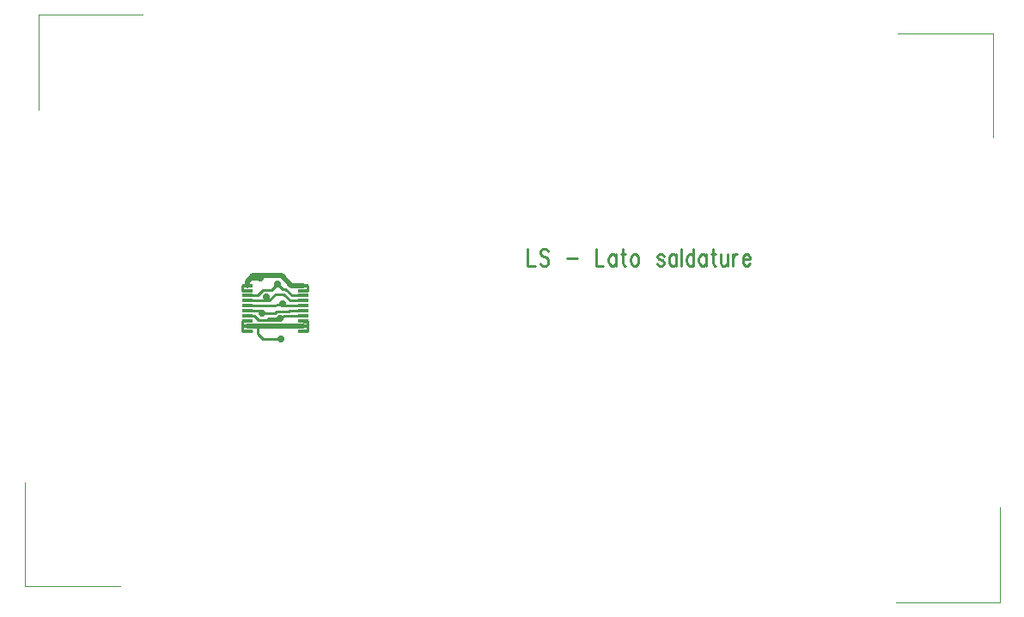
<source format=gbr>
*
*
G04 PADS VX.0 Build Number: 635560 generated Gerber (RS-274-X) file*
G04 PC Version=2.1*
*
%IN "FTC_con_001.pcb"*%
*
%MOIN*%
*
%FSLAX35Y35*%
*
*
*
*
G04 PC Standard Apertures*
*
*
G04 Thermal Relief Aperture macro.*
%AMTER*
1,1,$1,0,0*
1,0,$1-$2,0,0*
21,0,$3,$4,0,0,45*
21,0,$3,$4,0,0,135*
%
*
*
G04 Annular Aperture macro.*
%AMANN*
1,1,$1,0,0*
1,0,$2,0,0*
%
*
*
G04 Odd Aperture macro.*
%AMODD*
1,1,$1,0,0*
1,0,$1-0.005,0,0*
%
*
*
G04 PC Custom Aperture Macros*
*
*
*
*
*
*
G04 PC Aperture Table*
*
%ADD010C,0.01*%
%ADD040C,0.001*%
%ADD082C,0.01969*%
%ADD156C,0.00614*%
%ADD160C,0.02795*%
%ADD161R,0.04331X0.01181*%
*
*
*
*
G04 PC Circuitry*
G04 Layer Name FTC_con_001.pcb - circuitry*
%LPD*%
*
*
G04 PC Custom Flashes*
G04 Layer Name FTC_con_001.pcb - flashes*
%LPD*%
*
*
G04 PC Circuitry*
G04 Layer Name FTC_con_001.pcb - circuitry*
%LPD*%
*
G54D10*
G01X491732Y416799D02*
Y410236D01*
X494460*
X499687Y415861D02*
X499232Y416486D01*
X498550Y416799*
X497641*
X496960Y416486*
X496505Y415861*
Y415236*
X496732Y414611*
X496960Y414299*
X497414Y413986*
X498778Y413361*
X499232Y413049*
X499460Y412736*
X499687Y412111*
Y411174*
X499232Y410549*
X498550Y410236*
X497641*
X496960Y410549*
X496505Y411174*
X506960Y413049D02*
X511050D01*
X518323Y416799D02*
Y410236D01*
X521050*
X525823Y414611D02*
Y410236D01*
Y413674D02*
X525369Y414299D01*
X524914Y414611*
X524232*
X523778Y414299*
X523323Y413674*
X523096Y412736*
Y412111*
X523323Y411174*
X523778Y410549*
X524232Y410236*
X524914*
X525369Y410549*
X525823Y411174*
X528550Y416799D02*
Y411486D01*
X528778Y410549*
X529232Y410236*
X529687*
X527869Y414611D02*
X529460D01*
X532869D02*
X532414Y414299D01*
X531960Y413674*
X531732Y412736*
Y412111*
X531960Y411174*
X532414Y410549*
X532869Y410236*
X533550*
X534005Y410549*
X534460Y411174*
X534687Y412111*
Y412736*
X534460Y413674*
X534005Y414299*
X533550Y414611*
X532869*
X544460Y413674D02*
X544232Y414299D01*
X543550Y414611*
X542869*
X542187Y414299*
X541960Y413674*
X542187Y413049*
X542641Y412736*
X543778Y412424*
X544232Y412111*
X544460Y411486*
Y411174*
X544232Y410549*
X543550Y410236*
X542869*
X542187Y410549*
X541960Y411174*
X549232Y414611D02*
Y410236D01*
Y413674D02*
X548778Y414299D01*
X548323Y414611*
X547641*
X547187Y414299*
X546732Y413674*
X546505Y412736*
Y412111*
X546732Y411174*
X547187Y410549*
X547641Y410236*
X548323*
X548778Y410549*
X549232Y411174*
X551278Y416799D02*
Y410236D01*
X556050Y416799D02*
Y410236D01*
Y413674D02*
X555596Y414299D01*
X555141Y414611*
X554460*
X554005Y414299*
X553550Y413674*
X553323Y412736*
Y412111*
X553550Y411174*
X554005Y410549*
X554460Y410236*
X555141*
X555596Y410549*
X556050Y411174*
X560823Y414611D02*
Y410236D01*
Y413674D02*
X560369Y414299D01*
X559914Y414611*
X559232*
X558778Y414299*
X558323Y413674*
X558096Y412736*
Y412111*
X558323Y411174*
X558778Y410549*
X559232Y410236*
X559914*
X560369Y410549*
X560823Y411174*
X563550Y416799D02*
Y411486D01*
X563778Y410549*
X564232Y410236*
X564687*
X562869Y414611D02*
X564460D01*
X566732D02*
Y411486D01*
X566960Y410549*
X567414Y410236*
X568096*
X568550Y410549*
X569232Y411486*
Y414611D02*
Y410236D01*
X571278Y414611D02*
Y410236D01*
Y412736D02*
X571505Y413674D01*
X571960Y414299*
X572414Y414611*
X573096*
X575141Y412736D02*
X577869D01*
Y413361*
X577641Y413986*
X577414Y414299*
X576960Y414611*
X576278*
X575823Y414299*
X575369Y413674*
X575141Y412736*
Y412111*
X575369Y411174*
X575823Y410549*
X576278Y410236*
X576960*
X577414Y410549*
X577869Y411174*
X396063Y381890D02*
X389048D01*
X387008Y383930*
Y386614*
X381209Y386811D02*
X382874D01*
X381102*
Y388780D02*
X382874D01*
X390642Y388976D02*
X391430Y389764D01*
X395669*
X390642Y388976D02*
X395345D01*
X397117Y390748*
X404528*
X390642Y388976D02*
X387398D01*
X385626Y390748*
X382874*
X388583Y391732D02*
X393485D01*
X394315Y392563*
X398963*
X399117Y392717*
X404528*
X388583Y391732D02*
X387598Y392717D01*
X382874*
Y384843D02*
X381102D01*
Y386811*
X382874Y384843D02*
X384539D01*
X382874Y386811D02*
X381102D01*
Y388780*
X382874Y386811D02*
X384539D01*
X382874Y394685D02*
X393307D01*
X396457Y395276*
X405603Y388780D02*
X405406Y388583D01*
X404724*
X404528Y388780*
Y386811D02*
X406299D01*
Y388780*
X404528*
Y384843D02*
X406299D01*
Y386811*
X404528D02*
X406299D01*
X404528Y394685D02*
Y394776D01*
X396457*
Y395276*
X381299Y402559D02*
X382874D01*
X381102*
X391142Y396654D02*
X391294D01*
X393853Y399213*
X397091*
X391142Y396654D02*
Y397047D01*
X390157Y398031*
X382874Y396654D02*
X391142D01*
X382874Y398622D02*
X386907D01*
X389079Y400794*
X392133*
X394488Y403150*
X382874Y400591D02*
X381102D01*
Y402559*
X396679Y400959D02*
X396900Y401181D01*
X397638*
X396679Y400959D02*
X394488Y403150D01*
X406299Y402559D02*
X404528D01*
Y396654D02*
X399650D01*
X397091Y399213*
X404528Y398622D02*
X400197D01*
X397638Y401181*
X404528Y400591D02*
X406299D01*
Y402559*
G54D40*
X634646Y279528D02*
X674803D01*
Y316535*
X672441Y460236D02*
Y500394D01*
X635433*
X296457Y325984D02*
Y285827D01*
X333465*
X342126Y507874D02*
X301969D01*
Y470866*
G54D82*
X387008Y386614D02*
X398430D01*
X398626Y386811*
X404528*
X387008Y386614D02*
X383071D01*
X382874Y386811*
Y402559D02*
Y404134D01*
X384252Y405512*
X404528Y402559D02*
X399960D01*
X396220Y406299*
X384252Y405512D02*
X385039Y406299D01*
X396220*
X384252Y405512D02*
X387795D01*
G54D156*
X382874Y384843D02*
X384142D01*
G54D160*
X396063Y381890D03*
X388583Y391732D03*
X395669Y389764D03*
X390157Y398031D03*
X394488Y403150D03*
X396457Y395276D03*
X387795Y405512D03*
G54D161*
X404528Y402559D03*
X382874D03*
X404528Y400591D03*
X382874D03*
X404528Y398622D03*
X382874D03*
X404528Y396654D03*
X382874D03*
X404528Y394685D03*
X382874D03*
X404528Y392717D03*
X382874D03*
X404528Y390748D03*
X382874D03*
X404528Y388780D03*
X382874D03*
X404528Y386811D03*
X382874D03*
X404528Y384843D03*
X382874D03*
X0Y0D02*
M02*

</source>
